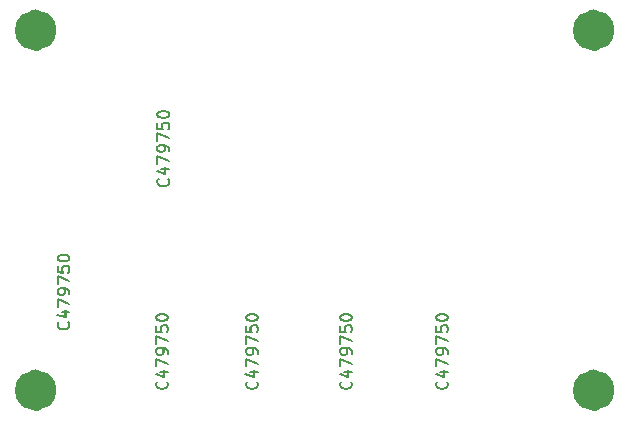
<source format=gbr>
%TF.GenerationSoftware,KiCad,Pcbnew,7.0.2*%
%TF.CreationDate,2024-09-11T13:33:12+02:00*%
%TF.ProjectId,mcu_holder,6d63755f-686f-46c6-9465-722e6b696361,rev?*%
%TF.SameCoordinates,Original*%
%TF.FileFunction,Other,Comment*%
%FSLAX46Y46*%
G04 Gerber Fmt 4.6, Leading zero omitted, Abs format (unit mm)*
G04 Created by KiCad (PCBNEW 7.0.2) date 2024-09-11 13:33:12*
%MOMM*%
%LPD*%
G01*
G04 APERTURE LIST*
%ADD10C,0.150000*%
%ADD11C,1.750000*%
G04 APERTURE END LIST*
D10*
%TO.C,J11*%
X129298380Y-67847619D02*
X129346000Y-67895238D01*
X129346000Y-67895238D02*
X129393619Y-68038095D01*
X129393619Y-68038095D02*
X129393619Y-68133333D01*
X129393619Y-68133333D02*
X129346000Y-68276190D01*
X129346000Y-68276190D02*
X129250761Y-68371428D01*
X129250761Y-68371428D02*
X129155523Y-68419047D01*
X129155523Y-68419047D02*
X128965047Y-68466666D01*
X128965047Y-68466666D02*
X128822190Y-68466666D01*
X128822190Y-68466666D02*
X128631714Y-68419047D01*
X128631714Y-68419047D02*
X128536476Y-68371428D01*
X128536476Y-68371428D02*
X128441238Y-68276190D01*
X128441238Y-68276190D02*
X128393619Y-68133333D01*
X128393619Y-68133333D02*
X128393619Y-68038095D01*
X128393619Y-68038095D02*
X128441238Y-67895238D01*
X128441238Y-67895238D02*
X128488857Y-67847619D01*
X128726952Y-66990476D02*
X129393619Y-66990476D01*
X128346000Y-67228571D02*
X129060285Y-67466666D01*
X129060285Y-67466666D02*
X129060285Y-66847619D01*
X128393619Y-66561904D02*
X128393619Y-65895238D01*
X128393619Y-65895238D02*
X129393619Y-66323809D01*
X129393619Y-65466666D02*
X129393619Y-65276190D01*
X129393619Y-65276190D02*
X129346000Y-65180952D01*
X129346000Y-65180952D02*
X129298380Y-65133333D01*
X129298380Y-65133333D02*
X129155523Y-65038095D01*
X129155523Y-65038095D02*
X128965047Y-64990476D01*
X128965047Y-64990476D02*
X128584095Y-64990476D01*
X128584095Y-64990476D02*
X128488857Y-65038095D01*
X128488857Y-65038095D02*
X128441238Y-65085714D01*
X128441238Y-65085714D02*
X128393619Y-65180952D01*
X128393619Y-65180952D02*
X128393619Y-65371428D01*
X128393619Y-65371428D02*
X128441238Y-65466666D01*
X128441238Y-65466666D02*
X128488857Y-65514285D01*
X128488857Y-65514285D02*
X128584095Y-65561904D01*
X128584095Y-65561904D02*
X128822190Y-65561904D01*
X128822190Y-65561904D02*
X128917428Y-65514285D01*
X128917428Y-65514285D02*
X128965047Y-65466666D01*
X128965047Y-65466666D02*
X129012666Y-65371428D01*
X129012666Y-65371428D02*
X129012666Y-65180952D01*
X129012666Y-65180952D02*
X128965047Y-65085714D01*
X128965047Y-65085714D02*
X128917428Y-65038095D01*
X128917428Y-65038095D02*
X128822190Y-64990476D01*
X128393619Y-64657142D02*
X128393619Y-63990476D01*
X128393619Y-63990476D02*
X129393619Y-64419047D01*
X128393619Y-63133333D02*
X128393619Y-63609523D01*
X128393619Y-63609523D02*
X128869809Y-63657142D01*
X128869809Y-63657142D02*
X128822190Y-63609523D01*
X128822190Y-63609523D02*
X128774571Y-63514285D01*
X128774571Y-63514285D02*
X128774571Y-63276190D01*
X128774571Y-63276190D02*
X128822190Y-63180952D01*
X128822190Y-63180952D02*
X128869809Y-63133333D01*
X128869809Y-63133333D02*
X128965047Y-63085714D01*
X128965047Y-63085714D02*
X129203142Y-63085714D01*
X129203142Y-63085714D02*
X129298380Y-63133333D01*
X129298380Y-63133333D02*
X129346000Y-63180952D01*
X129346000Y-63180952D02*
X129393619Y-63276190D01*
X129393619Y-63276190D02*
X129393619Y-63514285D01*
X129393619Y-63514285D02*
X129346000Y-63609523D01*
X129346000Y-63609523D02*
X129298380Y-63657142D01*
X128393619Y-62466666D02*
X128393619Y-62371428D01*
X128393619Y-62371428D02*
X128441238Y-62276190D01*
X128441238Y-62276190D02*
X128488857Y-62228571D01*
X128488857Y-62228571D02*
X128584095Y-62180952D01*
X128584095Y-62180952D02*
X128774571Y-62133333D01*
X128774571Y-62133333D02*
X129012666Y-62133333D01*
X129012666Y-62133333D02*
X129203142Y-62180952D01*
X129203142Y-62180952D02*
X129298380Y-62228571D01*
X129298380Y-62228571D02*
X129346000Y-62276190D01*
X129346000Y-62276190D02*
X129393619Y-62371428D01*
X129393619Y-62371428D02*
X129393619Y-62466666D01*
X129393619Y-62466666D02*
X129346000Y-62561904D01*
X129346000Y-62561904D02*
X129298380Y-62609523D01*
X129298380Y-62609523D02*
X129203142Y-62657142D01*
X129203142Y-62657142D02*
X129012666Y-62704761D01*
X129012666Y-62704761D02*
X128774571Y-62704761D01*
X128774571Y-62704761D02*
X128584095Y-62657142D01*
X128584095Y-62657142D02*
X128488857Y-62609523D01*
X128488857Y-62609523D02*
X128441238Y-62561904D01*
X128441238Y-62561904D02*
X128393619Y-62466666D01*
X129294380Y-67847619D02*
X129342000Y-67895238D01*
X129342000Y-67895238D02*
X129389619Y-68038095D01*
X129389619Y-68038095D02*
X129389619Y-68133333D01*
X129389619Y-68133333D02*
X129342000Y-68276190D01*
X129342000Y-68276190D02*
X129246761Y-68371428D01*
X129246761Y-68371428D02*
X129151523Y-68419047D01*
X129151523Y-68419047D02*
X128961047Y-68466666D01*
X128961047Y-68466666D02*
X128818190Y-68466666D01*
X128818190Y-68466666D02*
X128627714Y-68419047D01*
X128627714Y-68419047D02*
X128532476Y-68371428D01*
X128532476Y-68371428D02*
X128437238Y-68276190D01*
X128437238Y-68276190D02*
X128389619Y-68133333D01*
X128389619Y-68133333D02*
X128389619Y-68038095D01*
X128389619Y-68038095D02*
X128437238Y-67895238D01*
X128437238Y-67895238D02*
X128484857Y-67847619D01*
X128722952Y-66990476D02*
X129389619Y-66990476D01*
X128342000Y-67228571D02*
X129056285Y-67466666D01*
X129056285Y-67466666D02*
X129056285Y-66847619D01*
X128389619Y-66561904D02*
X128389619Y-65895238D01*
X128389619Y-65895238D02*
X129389619Y-66323809D01*
X129389619Y-65466666D02*
X129389619Y-65276190D01*
X129389619Y-65276190D02*
X129342000Y-65180952D01*
X129342000Y-65180952D02*
X129294380Y-65133333D01*
X129294380Y-65133333D02*
X129151523Y-65038095D01*
X129151523Y-65038095D02*
X128961047Y-64990476D01*
X128961047Y-64990476D02*
X128580095Y-64990476D01*
X128580095Y-64990476D02*
X128484857Y-65038095D01*
X128484857Y-65038095D02*
X128437238Y-65085714D01*
X128437238Y-65085714D02*
X128389619Y-65180952D01*
X128389619Y-65180952D02*
X128389619Y-65371428D01*
X128389619Y-65371428D02*
X128437238Y-65466666D01*
X128437238Y-65466666D02*
X128484857Y-65514285D01*
X128484857Y-65514285D02*
X128580095Y-65561904D01*
X128580095Y-65561904D02*
X128818190Y-65561904D01*
X128818190Y-65561904D02*
X128913428Y-65514285D01*
X128913428Y-65514285D02*
X128961047Y-65466666D01*
X128961047Y-65466666D02*
X129008666Y-65371428D01*
X129008666Y-65371428D02*
X129008666Y-65180952D01*
X129008666Y-65180952D02*
X128961047Y-65085714D01*
X128961047Y-65085714D02*
X128913428Y-65038095D01*
X128913428Y-65038095D02*
X128818190Y-64990476D01*
X128389619Y-64657142D02*
X128389619Y-63990476D01*
X128389619Y-63990476D02*
X129389619Y-64419047D01*
X128389619Y-63133333D02*
X128389619Y-63609523D01*
X128389619Y-63609523D02*
X128865809Y-63657142D01*
X128865809Y-63657142D02*
X128818190Y-63609523D01*
X128818190Y-63609523D02*
X128770571Y-63514285D01*
X128770571Y-63514285D02*
X128770571Y-63276190D01*
X128770571Y-63276190D02*
X128818190Y-63180952D01*
X128818190Y-63180952D02*
X128865809Y-63133333D01*
X128865809Y-63133333D02*
X128961047Y-63085714D01*
X128961047Y-63085714D02*
X129199142Y-63085714D01*
X129199142Y-63085714D02*
X129294380Y-63133333D01*
X129294380Y-63133333D02*
X129342000Y-63180952D01*
X129342000Y-63180952D02*
X129389619Y-63276190D01*
X129389619Y-63276190D02*
X129389619Y-63514285D01*
X129389619Y-63514285D02*
X129342000Y-63609523D01*
X129342000Y-63609523D02*
X129294380Y-63657142D01*
X128389619Y-62466666D02*
X128389619Y-62371428D01*
X128389619Y-62371428D02*
X128437238Y-62276190D01*
X128437238Y-62276190D02*
X128484857Y-62228571D01*
X128484857Y-62228571D02*
X128580095Y-62180952D01*
X128580095Y-62180952D02*
X128770571Y-62133333D01*
X128770571Y-62133333D02*
X129008666Y-62133333D01*
X129008666Y-62133333D02*
X129199142Y-62180952D01*
X129199142Y-62180952D02*
X129294380Y-62228571D01*
X129294380Y-62228571D02*
X129342000Y-62276190D01*
X129342000Y-62276190D02*
X129389619Y-62371428D01*
X129389619Y-62371428D02*
X129389619Y-62466666D01*
X129389619Y-62466666D02*
X129342000Y-62561904D01*
X129342000Y-62561904D02*
X129294380Y-62609523D01*
X129294380Y-62609523D02*
X129199142Y-62657142D01*
X129199142Y-62657142D02*
X129008666Y-62704761D01*
X129008666Y-62704761D02*
X128770571Y-62704761D01*
X128770571Y-62704761D02*
X128580095Y-62657142D01*
X128580095Y-62657142D02*
X128484857Y-62609523D01*
X128484857Y-62609523D02*
X128437238Y-62561904D01*
X128437238Y-62561904D02*
X128389619Y-62466666D01*
%TO.C,J17*%
X97254380Y-62797619D02*
X97302000Y-62845238D01*
X97302000Y-62845238D02*
X97349619Y-62988095D01*
X97349619Y-62988095D02*
X97349619Y-63083333D01*
X97349619Y-63083333D02*
X97302000Y-63226190D01*
X97302000Y-63226190D02*
X97206761Y-63321428D01*
X97206761Y-63321428D02*
X97111523Y-63369047D01*
X97111523Y-63369047D02*
X96921047Y-63416666D01*
X96921047Y-63416666D02*
X96778190Y-63416666D01*
X96778190Y-63416666D02*
X96587714Y-63369047D01*
X96587714Y-63369047D02*
X96492476Y-63321428D01*
X96492476Y-63321428D02*
X96397238Y-63226190D01*
X96397238Y-63226190D02*
X96349619Y-63083333D01*
X96349619Y-63083333D02*
X96349619Y-62988095D01*
X96349619Y-62988095D02*
X96397238Y-62845238D01*
X96397238Y-62845238D02*
X96444857Y-62797619D01*
X96682952Y-61940476D02*
X97349619Y-61940476D01*
X96302000Y-62178571D02*
X97016285Y-62416666D01*
X97016285Y-62416666D02*
X97016285Y-61797619D01*
X96349619Y-61511904D02*
X96349619Y-60845238D01*
X96349619Y-60845238D02*
X97349619Y-61273809D01*
X97349619Y-60416666D02*
X97349619Y-60226190D01*
X97349619Y-60226190D02*
X97302000Y-60130952D01*
X97302000Y-60130952D02*
X97254380Y-60083333D01*
X97254380Y-60083333D02*
X97111523Y-59988095D01*
X97111523Y-59988095D02*
X96921047Y-59940476D01*
X96921047Y-59940476D02*
X96540095Y-59940476D01*
X96540095Y-59940476D02*
X96444857Y-59988095D01*
X96444857Y-59988095D02*
X96397238Y-60035714D01*
X96397238Y-60035714D02*
X96349619Y-60130952D01*
X96349619Y-60130952D02*
X96349619Y-60321428D01*
X96349619Y-60321428D02*
X96397238Y-60416666D01*
X96397238Y-60416666D02*
X96444857Y-60464285D01*
X96444857Y-60464285D02*
X96540095Y-60511904D01*
X96540095Y-60511904D02*
X96778190Y-60511904D01*
X96778190Y-60511904D02*
X96873428Y-60464285D01*
X96873428Y-60464285D02*
X96921047Y-60416666D01*
X96921047Y-60416666D02*
X96968666Y-60321428D01*
X96968666Y-60321428D02*
X96968666Y-60130952D01*
X96968666Y-60130952D02*
X96921047Y-60035714D01*
X96921047Y-60035714D02*
X96873428Y-59988095D01*
X96873428Y-59988095D02*
X96778190Y-59940476D01*
X96349619Y-59607142D02*
X96349619Y-58940476D01*
X96349619Y-58940476D02*
X97349619Y-59369047D01*
X96349619Y-58083333D02*
X96349619Y-58559523D01*
X96349619Y-58559523D02*
X96825809Y-58607142D01*
X96825809Y-58607142D02*
X96778190Y-58559523D01*
X96778190Y-58559523D02*
X96730571Y-58464285D01*
X96730571Y-58464285D02*
X96730571Y-58226190D01*
X96730571Y-58226190D02*
X96778190Y-58130952D01*
X96778190Y-58130952D02*
X96825809Y-58083333D01*
X96825809Y-58083333D02*
X96921047Y-58035714D01*
X96921047Y-58035714D02*
X97159142Y-58035714D01*
X97159142Y-58035714D02*
X97254380Y-58083333D01*
X97254380Y-58083333D02*
X97302000Y-58130952D01*
X97302000Y-58130952D02*
X97349619Y-58226190D01*
X97349619Y-58226190D02*
X97349619Y-58464285D01*
X97349619Y-58464285D02*
X97302000Y-58559523D01*
X97302000Y-58559523D02*
X97254380Y-58607142D01*
X96349619Y-57416666D02*
X96349619Y-57321428D01*
X96349619Y-57321428D02*
X96397238Y-57226190D01*
X96397238Y-57226190D02*
X96444857Y-57178571D01*
X96444857Y-57178571D02*
X96540095Y-57130952D01*
X96540095Y-57130952D02*
X96730571Y-57083333D01*
X96730571Y-57083333D02*
X96968666Y-57083333D01*
X96968666Y-57083333D02*
X97159142Y-57130952D01*
X97159142Y-57130952D02*
X97254380Y-57178571D01*
X97254380Y-57178571D02*
X97302000Y-57226190D01*
X97302000Y-57226190D02*
X97349619Y-57321428D01*
X97349619Y-57321428D02*
X97349619Y-57416666D01*
X97349619Y-57416666D02*
X97302000Y-57511904D01*
X97302000Y-57511904D02*
X97254380Y-57559523D01*
X97254380Y-57559523D02*
X97159142Y-57607142D01*
X97159142Y-57607142D02*
X96968666Y-57654761D01*
X96968666Y-57654761D02*
X96730571Y-57654761D01*
X96730571Y-57654761D02*
X96540095Y-57607142D01*
X96540095Y-57607142D02*
X96444857Y-57559523D01*
X96444857Y-57559523D02*
X96397238Y-57511904D01*
X96397238Y-57511904D02*
X96349619Y-57416666D01*
X97250380Y-62797619D02*
X97298000Y-62845238D01*
X97298000Y-62845238D02*
X97345619Y-62988095D01*
X97345619Y-62988095D02*
X97345619Y-63083333D01*
X97345619Y-63083333D02*
X97298000Y-63226190D01*
X97298000Y-63226190D02*
X97202761Y-63321428D01*
X97202761Y-63321428D02*
X97107523Y-63369047D01*
X97107523Y-63369047D02*
X96917047Y-63416666D01*
X96917047Y-63416666D02*
X96774190Y-63416666D01*
X96774190Y-63416666D02*
X96583714Y-63369047D01*
X96583714Y-63369047D02*
X96488476Y-63321428D01*
X96488476Y-63321428D02*
X96393238Y-63226190D01*
X96393238Y-63226190D02*
X96345619Y-63083333D01*
X96345619Y-63083333D02*
X96345619Y-62988095D01*
X96345619Y-62988095D02*
X96393238Y-62845238D01*
X96393238Y-62845238D02*
X96440857Y-62797619D01*
X96678952Y-61940476D02*
X97345619Y-61940476D01*
X96298000Y-62178571D02*
X97012285Y-62416666D01*
X97012285Y-62416666D02*
X97012285Y-61797619D01*
X96345619Y-61511904D02*
X96345619Y-60845238D01*
X96345619Y-60845238D02*
X97345619Y-61273809D01*
X97345619Y-60416666D02*
X97345619Y-60226190D01*
X97345619Y-60226190D02*
X97298000Y-60130952D01*
X97298000Y-60130952D02*
X97250380Y-60083333D01*
X97250380Y-60083333D02*
X97107523Y-59988095D01*
X97107523Y-59988095D02*
X96917047Y-59940476D01*
X96917047Y-59940476D02*
X96536095Y-59940476D01*
X96536095Y-59940476D02*
X96440857Y-59988095D01*
X96440857Y-59988095D02*
X96393238Y-60035714D01*
X96393238Y-60035714D02*
X96345619Y-60130952D01*
X96345619Y-60130952D02*
X96345619Y-60321428D01*
X96345619Y-60321428D02*
X96393238Y-60416666D01*
X96393238Y-60416666D02*
X96440857Y-60464285D01*
X96440857Y-60464285D02*
X96536095Y-60511904D01*
X96536095Y-60511904D02*
X96774190Y-60511904D01*
X96774190Y-60511904D02*
X96869428Y-60464285D01*
X96869428Y-60464285D02*
X96917047Y-60416666D01*
X96917047Y-60416666D02*
X96964666Y-60321428D01*
X96964666Y-60321428D02*
X96964666Y-60130952D01*
X96964666Y-60130952D02*
X96917047Y-60035714D01*
X96917047Y-60035714D02*
X96869428Y-59988095D01*
X96869428Y-59988095D02*
X96774190Y-59940476D01*
X96345619Y-59607142D02*
X96345619Y-58940476D01*
X96345619Y-58940476D02*
X97345619Y-59369047D01*
X96345619Y-58083333D02*
X96345619Y-58559523D01*
X96345619Y-58559523D02*
X96821809Y-58607142D01*
X96821809Y-58607142D02*
X96774190Y-58559523D01*
X96774190Y-58559523D02*
X96726571Y-58464285D01*
X96726571Y-58464285D02*
X96726571Y-58226190D01*
X96726571Y-58226190D02*
X96774190Y-58130952D01*
X96774190Y-58130952D02*
X96821809Y-58083333D01*
X96821809Y-58083333D02*
X96917047Y-58035714D01*
X96917047Y-58035714D02*
X97155142Y-58035714D01*
X97155142Y-58035714D02*
X97250380Y-58083333D01*
X97250380Y-58083333D02*
X97298000Y-58130952D01*
X97298000Y-58130952D02*
X97345619Y-58226190D01*
X97345619Y-58226190D02*
X97345619Y-58464285D01*
X97345619Y-58464285D02*
X97298000Y-58559523D01*
X97298000Y-58559523D02*
X97250380Y-58607142D01*
X96345619Y-57416666D02*
X96345619Y-57321428D01*
X96345619Y-57321428D02*
X96393238Y-57226190D01*
X96393238Y-57226190D02*
X96440857Y-57178571D01*
X96440857Y-57178571D02*
X96536095Y-57130952D01*
X96536095Y-57130952D02*
X96726571Y-57083333D01*
X96726571Y-57083333D02*
X96964666Y-57083333D01*
X96964666Y-57083333D02*
X97155142Y-57130952D01*
X97155142Y-57130952D02*
X97250380Y-57178571D01*
X97250380Y-57178571D02*
X97298000Y-57226190D01*
X97298000Y-57226190D02*
X97345619Y-57321428D01*
X97345619Y-57321428D02*
X97345619Y-57416666D01*
X97345619Y-57416666D02*
X97298000Y-57511904D01*
X97298000Y-57511904D02*
X97250380Y-57559523D01*
X97250380Y-57559523D02*
X97155142Y-57607142D01*
X97155142Y-57607142D02*
X96964666Y-57654761D01*
X96964666Y-57654761D02*
X96726571Y-57654761D01*
X96726571Y-57654761D02*
X96536095Y-57607142D01*
X96536095Y-57607142D02*
X96440857Y-57559523D01*
X96440857Y-57559523D02*
X96393238Y-57511904D01*
X96393238Y-57511904D02*
X96345619Y-57416666D01*
%TO.C,J16*%
X105698380Y-50672619D02*
X105746000Y-50720238D01*
X105746000Y-50720238D02*
X105793619Y-50863095D01*
X105793619Y-50863095D02*
X105793619Y-50958333D01*
X105793619Y-50958333D02*
X105746000Y-51101190D01*
X105746000Y-51101190D02*
X105650761Y-51196428D01*
X105650761Y-51196428D02*
X105555523Y-51244047D01*
X105555523Y-51244047D02*
X105365047Y-51291666D01*
X105365047Y-51291666D02*
X105222190Y-51291666D01*
X105222190Y-51291666D02*
X105031714Y-51244047D01*
X105031714Y-51244047D02*
X104936476Y-51196428D01*
X104936476Y-51196428D02*
X104841238Y-51101190D01*
X104841238Y-51101190D02*
X104793619Y-50958333D01*
X104793619Y-50958333D02*
X104793619Y-50863095D01*
X104793619Y-50863095D02*
X104841238Y-50720238D01*
X104841238Y-50720238D02*
X104888857Y-50672619D01*
X105126952Y-49815476D02*
X105793619Y-49815476D01*
X104746000Y-50053571D02*
X105460285Y-50291666D01*
X105460285Y-50291666D02*
X105460285Y-49672619D01*
X104793619Y-49386904D02*
X104793619Y-48720238D01*
X104793619Y-48720238D02*
X105793619Y-49148809D01*
X105793619Y-48291666D02*
X105793619Y-48101190D01*
X105793619Y-48101190D02*
X105746000Y-48005952D01*
X105746000Y-48005952D02*
X105698380Y-47958333D01*
X105698380Y-47958333D02*
X105555523Y-47863095D01*
X105555523Y-47863095D02*
X105365047Y-47815476D01*
X105365047Y-47815476D02*
X104984095Y-47815476D01*
X104984095Y-47815476D02*
X104888857Y-47863095D01*
X104888857Y-47863095D02*
X104841238Y-47910714D01*
X104841238Y-47910714D02*
X104793619Y-48005952D01*
X104793619Y-48005952D02*
X104793619Y-48196428D01*
X104793619Y-48196428D02*
X104841238Y-48291666D01*
X104841238Y-48291666D02*
X104888857Y-48339285D01*
X104888857Y-48339285D02*
X104984095Y-48386904D01*
X104984095Y-48386904D02*
X105222190Y-48386904D01*
X105222190Y-48386904D02*
X105317428Y-48339285D01*
X105317428Y-48339285D02*
X105365047Y-48291666D01*
X105365047Y-48291666D02*
X105412666Y-48196428D01*
X105412666Y-48196428D02*
X105412666Y-48005952D01*
X105412666Y-48005952D02*
X105365047Y-47910714D01*
X105365047Y-47910714D02*
X105317428Y-47863095D01*
X105317428Y-47863095D02*
X105222190Y-47815476D01*
X104793619Y-47482142D02*
X104793619Y-46815476D01*
X104793619Y-46815476D02*
X105793619Y-47244047D01*
X104793619Y-45958333D02*
X104793619Y-46434523D01*
X104793619Y-46434523D02*
X105269809Y-46482142D01*
X105269809Y-46482142D02*
X105222190Y-46434523D01*
X105222190Y-46434523D02*
X105174571Y-46339285D01*
X105174571Y-46339285D02*
X105174571Y-46101190D01*
X105174571Y-46101190D02*
X105222190Y-46005952D01*
X105222190Y-46005952D02*
X105269809Y-45958333D01*
X105269809Y-45958333D02*
X105365047Y-45910714D01*
X105365047Y-45910714D02*
X105603142Y-45910714D01*
X105603142Y-45910714D02*
X105698380Y-45958333D01*
X105698380Y-45958333D02*
X105746000Y-46005952D01*
X105746000Y-46005952D02*
X105793619Y-46101190D01*
X105793619Y-46101190D02*
X105793619Y-46339285D01*
X105793619Y-46339285D02*
X105746000Y-46434523D01*
X105746000Y-46434523D02*
X105698380Y-46482142D01*
X104793619Y-45291666D02*
X104793619Y-45196428D01*
X104793619Y-45196428D02*
X104841238Y-45101190D01*
X104841238Y-45101190D02*
X104888857Y-45053571D01*
X104888857Y-45053571D02*
X104984095Y-45005952D01*
X104984095Y-45005952D02*
X105174571Y-44958333D01*
X105174571Y-44958333D02*
X105412666Y-44958333D01*
X105412666Y-44958333D02*
X105603142Y-45005952D01*
X105603142Y-45005952D02*
X105698380Y-45053571D01*
X105698380Y-45053571D02*
X105746000Y-45101190D01*
X105746000Y-45101190D02*
X105793619Y-45196428D01*
X105793619Y-45196428D02*
X105793619Y-45291666D01*
X105793619Y-45291666D02*
X105746000Y-45386904D01*
X105746000Y-45386904D02*
X105698380Y-45434523D01*
X105698380Y-45434523D02*
X105603142Y-45482142D01*
X105603142Y-45482142D02*
X105412666Y-45529761D01*
X105412666Y-45529761D02*
X105174571Y-45529761D01*
X105174571Y-45529761D02*
X104984095Y-45482142D01*
X104984095Y-45482142D02*
X104888857Y-45434523D01*
X104888857Y-45434523D02*
X104841238Y-45386904D01*
X104841238Y-45386904D02*
X104793619Y-45291666D01*
X105694380Y-50672619D02*
X105742000Y-50720238D01*
X105742000Y-50720238D02*
X105789619Y-50863095D01*
X105789619Y-50863095D02*
X105789619Y-50958333D01*
X105789619Y-50958333D02*
X105742000Y-51101190D01*
X105742000Y-51101190D02*
X105646761Y-51196428D01*
X105646761Y-51196428D02*
X105551523Y-51244047D01*
X105551523Y-51244047D02*
X105361047Y-51291666D01*
X105361047Y-51291666D02*
X105218190Y-51291666D01*
X105218190Y-51291666D02*
X105027714Y-51244047D01*
X105027714Y-51244047D02*
X104932476Y-51196428D01*
X104932476Y-51196428D02*
X104837238Y-51101190D01*
X104837238Y-51101190D02*
X104789619Y-50958333D01*
X104789619Y-50958333D02*
X104789619Y-50863095D01*
X104789619Y-50863095D02*
X104837238Y-50720238D01*
X104837238Y-50720238D02*
X104884857Y-50672619D01*
X105122952Y-49815476D02*
X105789619Y-49815476D01*
X104742000Y-50053571D02*
X105456285Y-50291666D01*
X105456285Y-50291666D02*
X105456285Y-49672619D01*
X104789619Y-49386904D02*
X104789619Y-48720238D01*
X104789619Y-48720238D02*
X105789619Y-49148809D01*
X105789619Y-48291666D02*
X105789619Y-48101190D01*
X105789619Y-48101190D02*
X105742000Y-48005952D01*
X105742000Y-48005952D02*
X105694380Y-47958333D01*
X105694380Y-47958333D02*
X105551523Y-47863095D01*
X105551523Y-47863095D02*
X105361047Y-47815476D01*
X105361047Y-47815476D02*
X104980095Y-47815476D01*
X104980095Y-47815476D02*
X104884857Y-47863095D01*
X104884857Y-47863095D02*
X104837238Y-47910714D01*
X104837238Y-47910714D02*
X104789619Y-48005952D01*
X104789619Y-48005952D02*
X104789619Y-48196428D01*
X104789619Y-48196428D02*
X104837238Y-48291666D01*
X104837238Y-48291666D02*
X104884857Y-48339285D01*
X104884857Y-48339285D02*
X104980095Y-48386904D01*
X104980095Y-48386904D02*
X105218190Y-48386904D01*
X105218190Y-48386904D02*
X105313428Y-48339285D01*
X105313428Y-48339285D02*
X105361047Y-48291666D01*
X105361047Y-48291666D02*
X105408666Y-48196428D01*
X105408666Y-48196428D02*
X105408666Y-48005952D01*
X105408666Y-48005952D02*
X105361047Y-47910714D01*
X105361047Y-47910714D02*
X105313428Y-47863095D01*
X105313428Y-47863095D02*
X105218190Y-47815476D01*
X104789619Y-47482142D02*
X104789619Y-46815476D01*
X104789619Y-46815476D02*
X105789619Y-47244047D01*
X104789619Y-45958333D02*
X104789619Y-46434523D01*
X104789619Y-46434523D02*
X105265809Y-46482142D01*
X105265809Y-46482142D02*
X105218190Y-46434523D01*
X105218190Y-46434523D02*
X105170571Y-46339285D01*
X105170571Y-46339285D02*
X105170571Y-46101190D01*
X105170571Y-46101190D02*
X105218190Y-46005952D01*
X105218190Y-46005952D02*
X105265809Y-45958333D01*
X105265809Y-45958333D02*
X105361047Y-45910714D01*
X105361047Y-45910714D02*
X105599142Y-45910714D01*
X105599142Y-45910714D02*
X105694380Y-45958333D01*
X105694380Y-45958333D02*
X105742000Y-46005952D01*
X105742000Y-46005952D02*
X105789619Y-46101190D01*
X105789619Y-46101190D02*
X105789619Y-46339285D01*
X105789619Y-46339285D02*
X105742000Y-46434523D01*
X105742000Y-46434523D02*
X105694380Y-46482142D01*
X104789619Y-45291666D02*
X104789619Y-45196428D01*
X104789619Y-45196428D02*
X104837238Y-45101190D01*
X104837238Y-45101190D02*
X104884857Y-45053571D01*
X104884857Y-45053571D02*
X104980095Y-45005952D01*
X104980095Y-45005952D02*
X105170571Y-44958333D01*
X105170571Y-44958333D02*
X105408666Y-44958333D01*
X105408666Y-44958333D02*
X105599142Y-45005952D01*
X105599142Y-45005952D02*
X105694380Y-45053571D01*
X105694380Y-45053571D02*
X105742000Y-45101190D01*
X105742000Y-45101190D02*
X105789619Y-45196428D01*
X105789619Y-45196428D02*
X105789619Y-45291666D01*
X105789619Y-45291666D02*
X105742000Y-45386904D01*
X105742000Y-45386904D02*
X105694380Y-45434523D01*
X105694380Y-45434523D02*
X105599142Y-45482142D01*
X105599142Y-45482142D02*
X105408666Y-45529761D01*
X105408666Y-45529761D02*
X105170571Y-45529761D01*
X105170571Y-45529761D02*
X104980095Y-45482142D01*
X104980095Y-45482142D02*
X104884857Y-45434523D01*
X104884857Y-45434523D02*
X104837238Y-45386904D01*
X104837238Y-45386904D02*
X104789619Y-45291666D01*
%TO.C,J14*%
X105598380Y-67847619D02*
X105646000Y-67895238D01*
X105646000Y-67895238D02*
X105693619Y-68038095D01*
X105693619Y-68038095D02*
X105693619Y-68133333D01*
X105693619Y-68133333D02*
X105646000Y-68276190D01*
X105646000Y-68276190D02*
X105550761Y-68371428D01*
X105550761Y-68371428D02*
X105455523Y-68419047D01*
X105455523Y-68419047D02*
X105265047Y-68466666D01*
X105265047Y-68466666D02*
X105122190Y-68466666D01*
X105122190Y-68466666D02*
X104931714Y-68419047D01*
X104931714Y-68419047D02*
X104836476Y-68371428D01*
X104836476Y-68371428D02*
X104741238Y-68276190D01*
X104741238Y-68276190D02*
X104693619Y-68133333D01*
X104693619Y-68133333D02*
X104693619Y-68038095D01*
X104693619Y-68038095D02*
X104741238Y-67895238D01*
X104741238Y-67895238D02*
X104788857Y-67847619D01*
X105026952Y-66990476D02*
X105693619Y-66990476D01*
X104646000Y-67228571D02*
X105360285Y-67466666D01*
X105360285Y-67466666D02*
X105360285Y-66847619D01*
X104693619Y-66561904D02*
X104693619Y-65895238D01*
X104693619Y-65895238D02*
X105693619Y-66323809D01*
X105693619Y-65466666D02*
X105693619Y-65276190D01*
X105693619Y-65276190D02*
X105646000Y-65180952D01*
X105646000Y-65180952D02*
X105598380Y-65133333D01*
X105598380Y-65133333D02*
X105455523Y-65038095D01*
X105455523Y-65038095D02*
X105265047Y-64990476D01*
X105265047Y-64990476D02*
X104884095Y-64990476D01*
X104884095Y-64990476D02*
X104788857Y-65038095D01*
X104788857Y-65038095D02*
X104741238Y-65085714D01*
X104741238Y-65085714D02*
X104693619Y-65180952D01*
X104693619Y-65180952D02*
X104693619Y-65371428D01*
X104693619Y-65371428D02*
X104741238Y-65466666D01*
X104741238Y-65466666D02*
X104788857Y-65514285D01*
X104788857Y-65514285D02*
X104884095Y-65561904D01*
X104884095Y-65561904D02*
X105122190Y-65561904D01*
X105122190Y-65561904D02*
X105217428Y-65514285D01*
X105217428Y-65514285D02*
X105265047Y-65466666D01*
X105265047Y-65466666D02*
X105312666Y-65371428D01*
X105312666Y-65371428D02*
X105312666Y-65180952D01*
X105312666Y-65180952D02*
X105265047Y-65085714D01*
X105265047Y-65085714D02*
X105217428Y-65038095D01*
X105217428Y-65038095D02*
X105122190Y-64990476D01*
X104693619Y-64657142D02*
X104693619Y-63990476D01*
X104693619Y-63990476D02*
X105693619Y-64419047D01*
X104693619Y-63133333D02*
X104693619Y-63609523D01*
X104693619Y-63609523D02*
X105169809Y-63657142D01*
X105169809Y-63657142D02*
X105122190Y-63609523D01*
X105122190Y-63609523D02*
X105074571Y-63514285D01*
X105074571Y-63514285D02*
X105074571Y-63276190D01*
X105074571Y-63276190D02*
X105122190Y-63180952D01*
X105122190Y-63180952D02*
X105169809Y-63133333D01*
X105169809Y-63133333D02*
X105265047Y-63085714D01*
X105265047Y-63085714D02*
X105503142Y-63085714D01*
X105503142Y-63085714D02*
X105598380Y-63133333D01*
X105598380Y-63133333D02*
X105646000Y-63180952D01*
X105646000Y-63180952D02*
X105693619Y-63276190D01*
X105693619Y-63276190D02*
X105693619Y-63514285D01*
X105693619Y-63514285D02*
X105646000Y-63609523D01*
X105646000Y-63609523D02*
X105598380Y-63657142D01*
X104693619Y-62466666D02*
X104693619Y-62371428D01*
X104693619Y-62371428D02*
X104741238Y-62276190D01*
X104741238Y-62276190D02*
X104788857Y-62228571D01*
X104788857Y-62228571D02*
X104884095Y-62180952D01*
X104884095Y-62180952D02*
X105074571Y-62133333D01*
X105074571Y-62133333D02*
X105312666Y-62133333D01*
X105312666Y-62133333D02*
X105503142Y-62180952D01*
X105503142Y-62180952D02*
X105598380Y-62228571D01*
X105598380Y-62228571D02*
X105646000Y-62276190D01*
X105646000Y-62276190D02*
X105693619Y-62371428D01*
X105693619Y-62371428D02*
X105693619Y-62466666D01*
X105693619Y-62466666D02*
X105646000Y-62561904D01*
X105646000Y-62561904D02*
X105598380Y-62609523D01*
X105598380Y-62609523D02*
X105503142Y-62657142D01*
X105503142Y-62657142D02*
X105312666Y-62704761D01*
X105312666Y-62704761D02*
X105074571Y-62704761D01*
X105074571Y-62704761D02*
X104884095Y-62657142D01*
X104884095Y-62657142D02*
X104788857Y-62609523D01*
X104788857Y-62609523D02*
X104741238Y-62561904D01*
X104741238Y-62561904D02*
X104693619Y-62466666D01*
X105594380Y-67847619D02*
X105642000Y-67895238D01*
X105642000Y-67895238D02*
X105689619Y-68038095D01*
X105689619Y-68038095D02*
X105689619Y-68133333D01*
X105689619Y-68133333D02*
X105642000Y-68276190D01*
X105642000Y-68276190D02*
X105546761Y-68371428D01*
X105546761Y-68371428D02*
X105451523Y-68419047D01*
X105451523Y-68419047D02*
X105261047Y-68466666D01*
X105261047Y-68466666D02*
X105118190Y-68466666D01*
X105118190Y-68466666D02*
X104927714Y-68419047D01*
X104927714Y-68419047D02*
X104832476Y-68371428D01*
X104832476Y-68371428D02*
X104737238Y-68276190D01*
X104737238Y-68276190D02*
X104689619Y-68133333D01*
X104689619Y-68133333D02*
X104689619Y-68038095D01*
X104689619Y-68038095D02*
X104737238Y-67895238D01*
X104737238Y-67895238D02*
X104784857Y-67847619D01*
X105022952Y-66990476D02*
X105689619Y-66990476D01*
X104642000Y-67228571D02*
X105356285Y-67466666D01*
X105356285Y-67466666D02*
X105356285Y-66847619D01*
X104689619Y-66561904D02*
X104689619Y-65895238D01*
X104689619Y-65895238D02*
X105689619Y-66323809D01*
X105689619Y-65466666D02*
X105689619Y-65276190D01*
X105689619Y-65276190D02*
X105642000Y-65180952D01*
X105642000Y-65180952D02*
X105594380Y-65133333D01*
X105594380Y-65133333D02*
X105451523Y-65038095D01*
X105451523Y-65038095D02*
X105261047Y-64990476D01*
X105261047Y-64990476D02*
X104880095Y-64990476D01*
X104880095Y-64990476D02*
X104784857Y-65038095D01*
X104784857Y-65038095D02*
X104737238Y-65085714D01*
X104737238Y-65085714D02*
X104689619Y-65180952D01*
X104689619Y-65180952D02*
X104689619Y-65371428D01*
X104689619Y-65371428D02*
X104737238Y-65466666D01*
X104737238Y-65466666D02*
X104784857Y-65514285D01*
X104784857Y-65514285D02*
X104880095Y-65561904D01*
X104880095Y-65561904D02*
X105118190Y-65561904D01*
X105118190Y-65561904D02*
X105213428Y-65514285D01*
X105213428Y-65514285D02*
X105261047Y-65466666D01*
X105261047Y-65466666D02*
X105308666Y-65371428D01*
X105308666Y-65371428D02*
X105308666Y-65180952D01*
X105308666Y-65180952D02*
X105261047Y-65085714D01*
X105261047Y-65085714D02*
X105213428Y-65038095D01*
X105213428Y-65038095D02*
X105118190Y-64990476D01*
X104689619Y-64657142D02*
X104689619Y-63990476D01*
X104689619Y-63990476D02*
X105689619Y-64419047D01*
X104689619Y-63133333D02*
X104689619Y-63609523D01*
X104689619Y-63609523D02*
X105165809Y-63657142D01*
X105165809Y-63657142D02*
X105118190Y-63609523D01*
X105118190Y-63609523D02*
X105070571Y-63514285D01*
X105070571Y-63514285D02*
X105070571Y-63276190D01*
X105070571Y-63276190D02*
X105118190Y-63180952D01*
X105118190Y-63180952D02*
X105165809Y-63133333D01*
X105165809Y-63133333D02*
X105261047Y-63085714D01*
X105261047Y-63085714D02*
X105499142Y-63085714D01*
X105499142Y-63085714D02*
X105594380Y-63133333D01*
X105594380Y-63133333D02*
X105642000Y-63180952D01*
X105642000Y-63180952D02*
X105689619Y-63276190D01*
X105689619Y-63276190D02*
X105689619Y-63514285D01*
X105689619Y-63514285D02*
X105642000Y-63609523D01*
X105642000Y-63609523D02*
X105594380Y-63657142D01*
X104689619Y-62466666D02*
X104689619Y-62371428D01*
X104689619Y-62371428D02*
X104737238Y-62276190D01*
X104737238Y-62276190D02*
X104784857Y-62228571D01*
X104784857Y-62228571D02*
X104880095Y-62180952D01*
X104880095Y-62180952D02*
X105070571Y-62133333D01*
X105070571Y-62133333D02*
X105308666Y-62133333D01*
X105308666Y-62133333D02*
X105499142Y-62180952D01*
X105499142Y-62180952D02*
X105594380Y-62228571D01*
X105594380Y-62228571D02*
X105642000Y-62276190D01*
X105642000Y-62276190D02*
X105689619Y-62371428D01*
X105689619Y-62371428D02*
X105689619Y-62466666D01*
X105689619Y-62466666D02*
X105642000Y-62561904D01*
X105642000Y-62561904D02*
X105594380Y-62609523D01*
X105594380Y-62609523D02*
X105499142Y-62657142D01*
X105499142Y-62657142D02*
X105308666Y-62704761D01*
X105308666Y-62704761D02*
X105070571Y-62704761D01*
X105070571Y-62704761D02*
X104880095Y-62657142D01*
X104880095Y-62657142D02*
X104784857Y-62609523D01*
X104784857Y-62609523D02*
X104737238Y-62561904D01*
X104737238Y-62561904D02*
X104689619Y-62466666D01*
%TO.C,J13*%
X113205380Y-67847619D02*
X113253000Y-67895238D01*
X113253000Y-67895238D02*
X113300619Y-68038095D01*
X113300619Y-68038095D02*
X113300619Y-68133333D01*
X113300619Y-68133333D02*
X113253000Y-68276190D01*
X113253000Y-68276190D02*
X113157761Y-68371428D01*
X113157761Y-68371428D02*
X113062523Y-68419047D01*
X113062523Y-68419047D02*
X112872047Y-68466666D01*
X112872047Y-68466666D02*
X112729190Y-68466666D01*
X112729190Y-68466666D02*
X112538714Y-68419047D01*
X112538714Y-68419047D02*
X112443476Y-68371428D01*
X112443476Y-68371428D02*
X112348238Y-68276190D01*
X112348238Y-68276190D02*
X112300619Y-68133333D01*
X112300619Y-68133333D02*
X112300619Y-68038095D01*
X112300619Y-68038095D02*
X112348238Y-67895238D01*
X112348238Y-67895238D02*
X112395857Y-67847619D01*
X112633952Y-66990476D02*
X113300619Y-66990476D01*
X112253000Y-67228571D02*
X112967285Y-67466666D01*
X112967285Y-67466666D02*
X112967285Y-66847619D01*
X112300619Y-66561904D02*
X112300619Y-65895238D01*
X112300619Y-65895238D02*
X113300619Y-66323809D01*
X113300619Y-65466666D02*
X113300619Y-65276190D01*
X113300619Y-65276190D02*
X113253000Y-65180952D01*
X113253000Y-65180952D02*
X113205380Y-65133333D01*
X113205380Y-65133333D02*
X113062523Y-65038095D01*
X113062523Y-65038095D02*
X112872047Y-64990476D01*
X112872047Y-64990476D02*
X112491095Y-64990476D01*
X112491095Y-64990476D02*
X112395857Y-65038095D01*
X112395857Y-65038095D02*
X112348238Y-65085714D01*
X112348238Y-65085714D02*
X112300619Y-65180952D01*
X112300619Y-65180952D02*
X112300619Y-65371428D01*
X112300619Y-65371428D02*
X112348238Y-65466666D01*
X112348238Y-65466666D02*
X112395857Y-65514285D01*
X112395857Y-65514285D02*
X112491095Y-65561904D01*
X112491095Y-65561904D02*
X112729190Y-65561904D01*
X112729190Y-65561904D02*
X112824428Y-65514285D01*
X112824428Y-65514285D02*
X112872047Y-65466666D01*
X112872047Y-65466666D02*
X112919666Y-65371428D01*
X112919666Y-65371428D02*
X112919666Y-65180952D01*
X112919666Y-65180952D02*
X112872047Y-65085714D01*
X112872047Y-65085714D02*
X112824428Y-65038095D01*
X112824428Y-65038095D02*
X112729190Y-64990476D01*
X112300619Y-64657142D02*
X112300619Y-63990476D01*
X112300619Y-63990476D02*
X113300619Y-64419047D01*
X112300619Y-63133333D02*
X112300619Y-63609523D01*
X112300619Y-63609523D02*
X112776809Y-63657142D01*
X112776809Y-63657142D02*
X112729190Y-63609523D01*
X112729190Y-63609523D02*
X112681571Y-63514285D01*
X112681571Y-63514285D02*
X112681571Y-63276190D01*
X112681571Y-63276190D02*
X112729190Y-63180952D01*
X112729190Y-63180952D02*
X112776809Y-63133333D01*
X112776809Y-63133333D02*
X112872047Y-63085714D01*
X112872047Y-63085714D02*
X113110142Y-63085714D01*
X113110142Y-63085714D02*
X113205380Y-63133333D01*
X113205380Y-63133333D02*
X113253000Y-63180952D01*
X113253000Y-63180952D02*
X113300619Y-63276190D01*
X113300619Y-63276190D02*
X113300619Y-63514285D01*
X113300619Y-63514285D02*
X113253000Y-63609523D01*
X113253000Y-63609523D02*
X113205380Y-63657142D01*
X112300619Y-62466666D02*
X112300619Y-62371428D01*
X112300619Y-62371428D02*
X112348238Y-62276190D01*
X112348238Y-62276190D02*
X112395857Y-62228571D01*
X112395857Y-62228571D02*
X112491095Y-62180952D01*
X112491095Y-62180952D02*
X112681571Y-62133333D01*
X112681571Y-62133333D02*
X112919666Y-62133333D01*
X112919666Y-62133333D02*
X113110142Y-62180952D01*
X113110142Y-62180952D02*
X113205380Y-62228571D01*
X113205380Y-62228571D02*
X113253000Y-62276190D01*
X113253000Y-62276190D02*
X113300619Y-62371428D01*
X113300619Y-62371428D02*
X113300619Y-62466666D01*
X113300619Y-62466666D02*
X113253000Y-62561904D01*
X113253000Y-62561904D02*
X113205380Y-62609523D01*
X113205380Y-62609523D02*
X113110142Y-62657142D01*
X113110142Y-62657142D02*
X112919666Y-62704761D01*
X112919666Y-62704761D02*
X112681571Y-62704761D01*
X112681571Y-62704761D02*
X112491095Y-62657142D01*
X112491095Y-62657142D02*
X112395857Y-62609523D01*
X112395857Y-62609523D02*
X112348238Y-62561904D01*
X112348238Y-62561904D02*
X112300619Y-62466666D01*
X113201380Y-67847619D02*
X113249000Y-67895238D01*
X113249000Y-67895238D02*
X113296619Y-68038095D01*
X113296619Y-68038095D02*
X113296619Y-68133333D01*
X113296619Y-68133333D02*
X113249000Y-68276190D01*
X113249000Y-68276190D02*
X113153761Y-68371428D01*
X113153761Y-68371428D02*
X113058523Y-68419047D01*
X113058523Y-68419047D02*
X112868047Y-68466666D01*
X112868047Y-68466666D02*
X112725190Y-68466666D01*
X112725190Y-68466666D02*
X112534714Y-68419047D01*
X112534714Y-68419047D02*
X112439476Y-68371428D01*
X112439476Y-68371428D02*
X112344238Y-68276190D01*
X112344238Y-68276190D02*
X112296619Y-68133333D01*
X112296619Y-68133333D02*
X112296619Y-68038095D01*
X112296619Y-68038095D02*
X112344238Y-67895238D01*
X112344238Y-67895238D02*
X112391857Y-67847619D01*
X112629952Y-66990476D02*
X113296619Y-66990476D01*
X112249000Y-67228571D02*
X112963285Y-67466666D01*
X112963285Y-67466666D02*
X112963285Y-66847619D01*
X112296619Y-66561904D02*
X112296619Y-65895238D01*
X112296619Y-65895238D02*
X113296619Y-66323809D01*
X113296619Y-65466666D02*
X113296619Y-65276190D01*
X113296619Y-65276190D02*
X113249000Y-65180952D01*
X113249000Y-65180952D02*
X113201380Y-65133333D01*
X113201380Y-65133333D02*
X113058523Y-65038095D01*
X113058523Y-65038095D02*
X112868047Y-64990476D01*
X112868047Y-64990476D02*
X112487095Y-64990476D01*
X112487095Y-64990476D02*
X112391857Y-65038095D01*
X112391857Y-65038095D02*
X112344238Y-65085714D01*
X112344238Y-65085714D02*
X112296619Y-65180952D01*
X112296619Y-65180952D02*
X112296619Y-65371428D01*
X112296619Y-65371428D02*
X112344238Y-65466666D01*
X112344238Y-65466666D02*
X112391857Y-65514285D01*
X112391857Y-65514285D02*
X112487095Y-65561904D01*
X112487095Y-65561904D02*
X112725190Y-65561904D01*
X112725190Y-65561904D02*
X112820428Y-65514285D01*
X112820428Y-65514285D02*
X112868047Y-65466666D01*
X112868047Y-65466666D02*
X112915666Y-65371428D01*
X112915666Y-65371428D02*
X112915666Y-65180952D01*
X112915666Y-65180952D02*
X112868047Y-65085714D01*
X112868047Y-65085714D02*
X112820428Y-65038095D01*
X112820428Y-65038095D02*
X112725190Y-64990476D01*
X112296619Y-64657142D02*
X112296619Y-63990476D01*
X112296619Y-63990476D02*
X113296619Y-64419047D01*
X112296619Y-63133333D02*
X112296619Y-63609523D01*
X112296619Y-63609523D02*
X112772809Y-63657142D01*
X112772809Y-63657142D02*
X112725190Y-63609523D01*
X112725190Y-63609523D02*
X112677571Y-63514285D01*
X112677571Y-63514285D02*
X112677571Y-63276190D01*
X112677571Y-63276190D02*
X112725190Y-63180952D01*
X112725190Y-63180952D02*
X112772809Y-63133333D01*
X112772809Y-63133333D02*
X112868047Y-63085714D01*
X112868047Y-63085714D02*
X113106142Y-63085714D01*
X113106142Y-63085714D02*
X113201380Y-63133333D01*
X113201380Y-63133333D02*
X113249000Y-63180952D01*
X113249000Y-63180952D02*
X113296619Y-63276190D01*
X113296619Y-63276190D02*
X113296619Y-63514285D01*
X113296619Y-63514285D02*
X113249000Y-63609523D01*
X113249000Y-63609523D02*
X113201380Y-63657142D01*
X112296619Y-62466666D02*
X112296619Y-62371428D01*
X112296619Y-62371428D02*
X112344238Y-62276190D01*
X112344238Y-62276190D02*
X112391857Y-62228571D01*
X112391857Y-62228571D02*
X112487095Y-62180952D01*
X112487095Y-62180952D02*
X112677571Y-62133333D01*
X112677571Y-62133333D02*
X112915666Y-62133333D01*
X112915666Y-62133333D02*
X113106142Y-62180952D01*
X113106142Y-62180952D02*
X113201380Y-62228571D01*
X113201380Y-62228571D02*
X113249000Y-62276190D01*
X113249000Y-62276190D02*
X113296619Y-62371428D01*
X113296619Y-62371428D02*
X113296619Y-62466666D01*
X113296619Y-62466666D02*
X113249000Y-62561904D01*
X113249000Y-62561904D02*
X113201380Y-62609523D01*
X113201380Y-62609523D02*
X113106142Y-62657142D01*
X113106142Y-62657142D02*
X112915666Y-62704761D01*
X112915666Y-62704761D02*
X112677571Y-62704761D01*
X112677571Y-62704761D02*
X112487095Y-62657142D01*
X112487095Y-62657142D02*
X112391857Y-62609523D01*
X112391857Y-62609523D02*
X112344238Y-62561904D01*
X112344238Y-62561904D02*
X112296619Y-62466666D01*
%TO.C,J12*%
X121173380Y-67847619D02*
X121221000Y-67895238D01*
X121221000Y-67895238D02*
X121268619Y-68038095D01*
X121268619Y-68038095D02*
X121268619Y-68133333D01*
X121268619Y-68133333D02*
X121221000Y-68276190D01*
X121221000Y-68276190D02*
X121125761Y-68371428D01*
X121125761Y-68371428D02*
X121030523Y-68419047D01*
X121030523Y-68419047D02*
X120840047Y-68466666D01*
X120840047Y-68466666D02*
X120697190Y-68466666D01*
X120697190Y-68466666D02*
X120506714Y-68419047D01*
X120506714Y-68419047D02*
X120411476Y-68371428D01*
X120411476Y-68371428D02*
X120316238Y-68276190D01*
X120316238Y-68276190D02*
X120268619Y-68133333D01*
X120268619Y-68133333D02*
X120268619Y-68038095D01*
X120268619Y-68038095D02*
X120316238Y-67895238D01*
X120316238Y-67895238D02*
X120363857Y-67847619D01*
X120601952Y-66990476D02*
X121268619Y-66990476D01*
X120221000Y-67228571D02*
X120935285Y-67466666D01*
X120935285Y-67466666D02*
X120935285Y-66847619D01*
X120268619Y-66561904D02*
X120268619Y-65895238D01*
X120268619Y-65895238D02*
X121268619Y-66323809D01*
X121268619Y-65466666D02*
X121268619Y-65276190D01*
X121268619Y-65276190D02*
X121221000Y-65180952D01*
X121221000Y-65180952D02*
X121173380Y-65133333D01*
X121173380Y-65133333D02*
X121030523Y-65038095D01*
X121030523Y-65038095D02*
X120840047Y-64990476D01*
X120840047Y-64990476D02*
X120459095Y-64990476D01*
X120459095Y-64990476D02*
X120363857Y-65038095D01*
X120363857Y-65038095D02*
X120316238Y-65085714D01*
X120316238Y-65085714D02*
X120268619Y-65180952D01*
X120268619Y-65180952D02*
X120268619Y-65371428D01*
X120268619Y-65371428D02*
X120316238Y-65466666D01*
X120316238Y-65466666D02*
X120363857Y-65514285D01*
X120363857Y-65514285D02*
X120459095Y-65561904D01*
X120459095Y-65561904D02*
X120697190Y-65561904D01*
X120697190Y-65561904D02*
X120792428Y-65514285D01*
X120792428Y-65514285D02*
X120840047Y-65466666D01*
X120840047Y-65466666D02*
X120887666Y-65371428D01*
X120887666Y-65371428D02*
X120887666Y-65180952D01*
X120887666Y-65180952D02*
X120840047Y-65085714D01*
X120840047Y-65085714D02*
X120792428Y-65038095D01*
X120792428Y-65038095D02*
X120697190Y-64990476D01*
X120268619Y-64657142D02*
X120268619Y-63990476D01*
X120268619Y-63990476D02*
X121268619Y-64419047D01*
X120268619Y-63133333D02*
X120268619Y-63609523D01*
X120268619Y-63609523D02*
X120744809Y-63657142D01*
X120744809Y-63657142D02*
X120697190Y-63609523D01*
X120697190Y-63609523D02*
X120649571Y-63514285D01*
X120649571Y-63514285D02*
X120649571Y-63276190D01*
X120649571Y-63276190D02*
X120697190Y-63180952D01*
X120697190Y-63180952D02*
X120744809Y-63133333D01*
X120744809Y-63133333D02*
X120840047Y-63085714D01*
X120840047Y-63085714D02*
X121078142Y-63085714D01*
X121078142Y-63085714D02*
X121173380Y-63133333D01*
X121173380Y-63133333D02*
X121221000Y-63180952D01*
X121221000Y-63180952D02*
X121268619Y-63276190D01*
X121268619Y-63276190D02*
X121268619Y-63514285D01*
X121268619Y-63514285D02*
X121221000Y-63609523D01*
X121221000Y-63609523D02*
X121173380Y-63657142D01*
X120268619Y-62466666D02*
X120268619Y-62371428D01*
X120268619Y-62371428D02*
X120316238Y-62276190D01*
X120316238Y-62276190D02*
X120363857Y-62228571D01*
X120363857Y-62228571D02*
X120459095Y-62180952D01*
X120459095Y-62180952D02*
X120649571Y-62133333D01*
X120649571Y-62133333D02*
X120887666Y-62133333D01*
X120887666Y-62133333D02*
X121078142Y-62180952D01*
X121078142Y-62180952D02*
X121173380Y-62228571D01*
X121173380Y-62228571D02*
X121221000Y-62276190D01*
X121221000Y-62276190D02*
X121268619Y-62371428D01*
X121268619Y-62371428D02*
X121268619Y-62466666D01*
X121268619Y-62466666D02*
X121221000Y-62561904D01*
X121221000Y-62561904D02*
X121173380Y-62609523D01*
X121173380Y-62609523D02*
X121078142Y-62657142D01*
X121078142Y-62657142D02*
X120887666Y-62704761D01*
X120887666Y-62704761D02*
X120649571Y-62704761D01*
X120649571Y-62704761D02*
X120459095Y-62657142D01*
X120459095Y-62657142D02*
X120363857Y-62609523D01*
X120363857Y-62609523D02*
X120316238Y-62561904D01*
X120316238Y-62561904D02*
X120268619Y-62466666D01*
X121169380Y-67847619D02*
X121217000Y-67895238D01*
X121217000Y-67895238D02*
X121264619Y-68038095D01*
X121264619Y-68038095D02*
X121264619Y-68133333D01*
X121264619Y-68133333D02*
X121217000Y-68276190D01*
X121217000Y-68276190D02*
X121121761Y-68371428D01*
X121121761Y-68371428D02*
X121026523Y-68419047D01*
X121026523Y-68419047D02*
X120836047Y-68466666D01*
X120836047Y-68466666D02*
X120693190Y-68466666D01*
X120693190Y-68466666D02*
X120502714Y-68419047D01*
X120502714Y-68419047D02*
X120407476Y-68371428D01*
X120407476Y-68371428D02*
X120312238Y-68276190D01*
X120312238Y-68276190D02*
X120264619Y-68133333D01*
X120264619Y-68133333D02*
X120264619Y-68038095D01*
X120264619Y-68038095D02*
X120312238Y-67895238D01*
X120312238Y-67895238D02*
X120359857Y-67847619D01*
X120597952Y-66990476D02*
X121264619Y-66990476D01*
X120217000Y-67228571D02*
X120931285Y-67466666D01*
X120931285Y-67466666D02*
X120931285Y-66847619D01*
X120264619Y-66561904D02*
X120264619Y-65895238D01*
X120264619Y-65895238D02*
X121264619Y-66323809D01*
X121264619Y-65466666D02*
X121264619Y-65276190D01*
X121264619Y-65276190D02*
X121217000Y-65180952D01*
X121217000Y-65180952D02*
X121169380Y-65133333D01*
X121169380Y-65133333D02*
X121026523Y-65038095D01*
X121026523Y-65038095D02*
X120836047Y-64990476D01*
X120836047Y-64990476D02*
X120455095Y-64990476D01*
X120455095Y-64990476D02*
X120359857Y-65038095D01*
X120359857Y-65038095D02*
X120312238Y-65085714D01*
X120312238Y-65085714D02*
X120264619Y-65180952D01*
X120264619Y-65180952D02*
X120264619Y-65371428D01*
X120264619Y-65371428D02*
X120312238Y-65466666D01*
X120312238Y-65466666D02*
X120359857Y-65514285D01*
X120359857Y-65514285D02*
X120455095Y-65561904D01*
X120455095Y-65561904D02*
X120693190Y-65561904D01*
X120693190Y-65561904D02*
X120788428Y-65514285D01*
X120788428Y-65514285D02*
X120836047Y-65466666D01*
X120836047Y-65466666D02*
X120883666Y-65371428D01*
X120883666Y-65371428D02*
X120883666Y-65180952D01*
X120883666Y-65180952D02*
X120836047Y-65085714D01*
X120836047Y-65085714D02*
X120788428Y-65038095D01*
X120788428Y-65038095D02*
X120693190Y-64990476D01*
X120264619Y-64657142D02*
X120264619Y-63990476D01*
X120264619Y-63990476D02*
X121264619Y-64419047D01*
X120264619Y-63133333D02*
X120264619Y-63609523D01*
X120264619Y-63609523D02*
X120740809Y-63657142D01*
X120740809Y-63657142D02*
X120693190Y-63609523D01*
X120693190Y-63609523D02*
X120645571Y-63514285D01*
X120645571Y-63514285D02*
X120645571Y-63276190D01*
X120645571Y-63276190D02*
X120693190Y-63180952D01*
X120693190Y-63180952D02*
X120740809Y-63133333D01*
X120740809Y-63133333D02*
X120836047Y-63085714D01*
X120836047Y-63085714D02*
X121074142Y-63085714D01*
X121074142Y-63085714D02*
X121169380Y-63133333D01*
X121169380Y-63133333D02*
X121217000Y-63180952D01*
X121217000Y-63180952D02*
X121264619Y-63276190D01*
X121264619Y-63276190D02*
X121264619Y-63514285D01*
X121264619Y-63514285D02*
X121217000Y-63609523D01*
X121217000Y-63609523D02*
X121169380Y-63657142D01*
X120264619Y-62466666D02*
X120264619Y-62371428D01*
X120264619Y-62371428D02*
X120312238Y-62276190D01*
X120312238Y-62276190D02*
X120359857Y-62228571D01*
X120359857Y-62228571D02*
X120455095Y-62180952D01*
X120455095Y-62180952D02*
X120645571Y-62133333D01*
X120645571Y-62133333D02*
X120883666Y-62133333D01*
X120883666Y-62133333D02*
X121074142Y-62180952D01*
X121074142Y-62180952D02*
X121169380Y-62228571D01*
X121169380Y-62228571D02*
X121217000Y-62276190D01*
X121217000Y-62276190D02*
X121264619Y-62371428D01*
X121264619Y-62371428D02*
X121264619Y-62466666D01*
X121264619Y-62466666D02*
X121217000Y-62561904D01*
X121217000Y-62561904D02*
X121169380Y-62609523D01*
X121169380Y-62609523D02*
X121074142Y-62657142D01*
X121074142Y-62657142D02*
X120883666Y-62704761D01*
X120883666Y-62704761D02*
X120645571Y-62704761D01*
X120645571Y-62704761D02*
X120455095Y-62657142D01*
X120455095Y-62657142D02*
X120359857Y-62609523D01*
X120359857Y-62609523D02*
X120312238Y-62561904D01*
X120312238Y-62561904D02*
X120264619Y-62466666D01*
%TO.C,H4*%
D11*
X142607000Y-68580000D02*
G75*
G03*
X142607000Y-68580000I-875000J0D01*
G01*
%TO.C,H3*%
X95363000Y-38100000D02*
G75*
G03*
X95363000Y-38100000I-875000J0D01*
G01*
%TO.C,H1*%
X95363000Y-68580000D02*
G75*
G03*
X95363000Y-68580000I-875000J0D01*
G01*
%TO.C,H2*%
X142607000Y-38100000D02*
G75*
G03*
X142607000Y-38100000I-875000J0D01*
G01*
%TD*%
M02*

</source>
